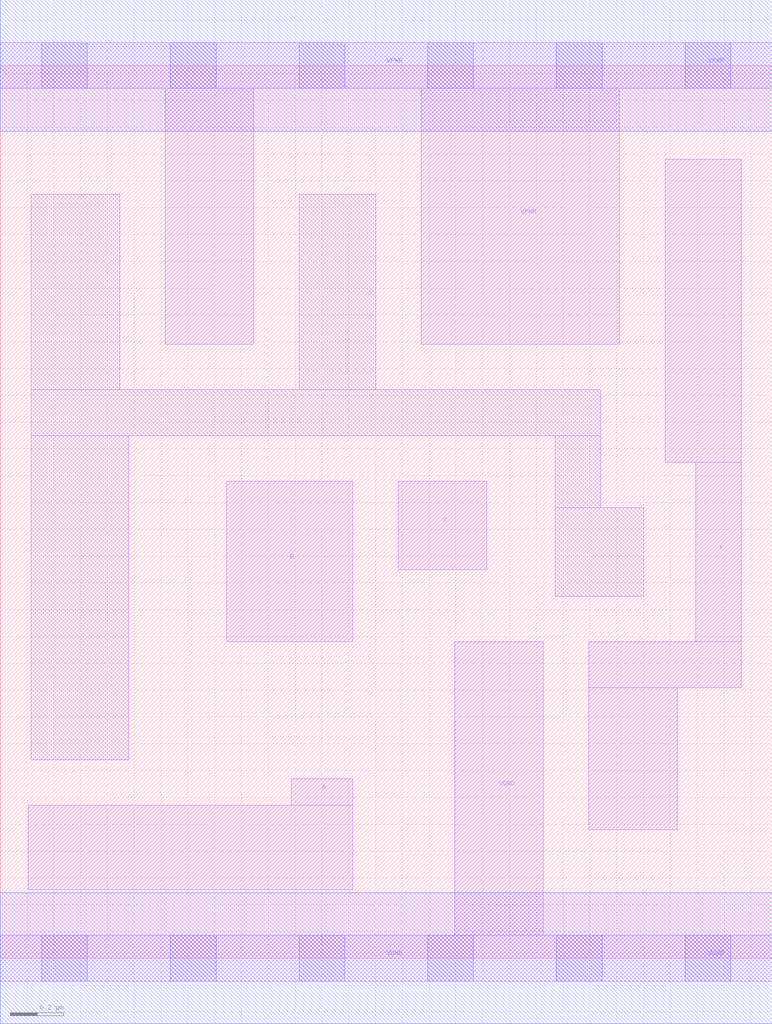
<source format=lef>
# Copyright 2020 The SkyWater PDK Authors
#
# Licensed under the Apache License, Version 2.0 (the "License");
# you may not use this file except in compliance with the License.
# You may obtain a copy of the License at
#
#     https://www.apache.org/licenses/LICENSE-2.0
#
# Unless required by applicable law or agreed to in writing, software
# distributed under the License is distributed on an "AS IS" BASIS,
# WITHOUT WARRANTIES OR CONDITIONS OF ANY KIND, either express or implied.
# See the License for the specific language governing permissions and
# limitations under the License.
#
# SPDX-License-Identifier: Apache-2.0

VERSION 5.7 ;
  NAMESCASESENSITIVE ON ;
  NOWIREEXTENSIONATPIN ON ;
  DIVIDERCHAR "/" ;
  BUSBITCHARS "[]" ;
UNITS
  DATABASE MICRONS 200 ;
END UNITS
MACRO sky130_fd_sc_ms__and3_1
  CLASS CORE ;
  SOURCE USER ;
  FOREIGN sky130_fd_sc_ms__and3_1 ;
  ORIGIN  0.000000  0.000000 ;
  SIZE  2.880000 BY  3.330000 ;
  SYMMETRY X Y ;
  SITE unit ;
  PIN A
    ANTENNAGATEAREA  0.247200 ;
    DIRECTION INPUT ;
    USE SIGNAL ;
    PORT
      LAYER li1 ;
        RECT 0.105000 0.255000 1.315000 0.570000 ;
        RECT 1.085000 0.570000 1.315000 0.670000 ;
    END
  END A
  PIN B
    ANTENNAGATEAREA  0.247200 ;
    DIRECTION INPUT ;
    USE SIGNAL ;
    PORT
      LAYER li1 ;
        RECT 0.845000 1.180000 1.315000 1.780000 ;
    END
  END B
  PIN C
    ANTENNAGATEAREA  0.247200 ;
    DIRECTION INPUT ;
    USE SIGNAL ;
    PORT
      LAYER li1 ;
        RECT 1.485000 1.450000 1.815000 1.780000 ;
    END
  END C
  PIN X
    ANTENNADIFFAREA  0.524500 ;
    DIRECTION OUTPUT ;
    USE SIGNAL ;
    PORT
      LAYER li1 ;
        RECT 2.195000 0.480000 2.525000 1.010000 ;
        RECT 2.195000 1.010000 2.765000 1.180000 ;
        RECT 2.480000 1.850000 2.765000 2.980000 ;
        RECT 2.595000 1.180000 2.765000 1.850000 ;
    END
  END X
  PIN VGND
    DIRECTION INOUT ;
    USE GROUND ;
    PORT
      LAYER li1 ;
        RECT 0.000000 -0.085000 2.880000 0.085000 ;
        RECT 1.695000  0.085000 2.025000 1.180000 ;
      LAYER mcon ;
        RECT 0.155000 -0.085000 0.325000 0.085000 ;
        RECT 0.635000 -0.085000 0.805000 0.085000 ;
        RECT 1.115000 -0.085000 1.285000 0.085000 ;
        RECT 1.595000 -0.085000 1.765000 0.085000 ;
        RECT 2.075000 -0.085000 2.245000 0.085000 ;
        RECT 2.555000 -0.085000 2.725000 0.085000 ;
      LAYER met1 ;
        RECT 0.000000 -0.245000 2.880000 0.245000 ;
    END
  END VGND
  PIN VPWR
    DIRECTION INOUT ;
    USE POWER ;
    PORT
      LAYER li1 ;
        RECT 0.000000 3.245000 2.880000 3.415000 ;
        RECT 0.615000 2.290000 0.945000 3.245000 ;
        RECT 1.570000 2.290000 2.310000 3.245000 ;
      LAYER mcon ;
        RECT 0.155000 3.245000 0.325000 3.415000 ;
        RECT 0.635000 3.245000 0.805000 3.415000 ;
        RECT 1.115000 3.245000 1.285000 3.415000 ;
        RECT 1.595000 3.245000 1.765000 3.415000 ;
        RECT 2.075000 3.245000 2.245000 3.415000 ;
        RECT 2.555000 3.245000 2.725000 3.415000 ;
      LAYER met1 ;
        RECT 0.000000 3.085000 2.880000 3.575000 ;
    END
  END VPWR
  OBS
    LAYER li1 ;
      RECT 0.115000 0.740000 0.480000 1.950000 ;
      RECT 0.115000 1.950000 2.240000 2.120000 ;
      RECT 0.115000 2.120000 0.445000 2.850000 ;
      RECT 1.115000 2.120000 1.400000 2.850000 ;
      RECT 2.070000 1.350000 2.400000 1.680000 ;
      RECT 2.070000 1.680000 2.240000 1.950000 ;
  END
END sky130_fd_sc_ms__and3_1

</source>
